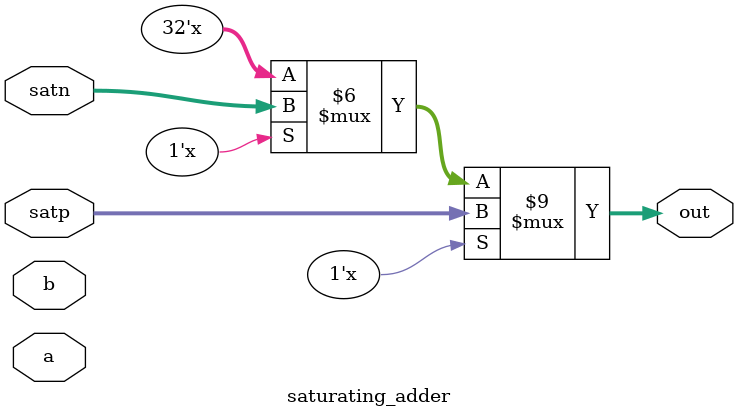
<source format=v>

`timescale 10 ns / 1 ns

module saturating_adder #(parameter DATA_WIDTH = 32) (
    input wire signed [ DATA_WIDTH-1 :0] a,
    input wire signed [ DATA_WIDTH-1 :0] b,
    input wire signed [ DATA_WIDTH-1 :0] satp,
    input wire signed [ DATA_WIDTH-1 :0] satn,
    output reg signed [ DATA_WIDTH-1 :0] out
);

    reg signed [ DATA_WIDTH :0] int_sum;

    always @(*) begin
        int_sum <= a+b;
        if(int_sum>satp) out <= satp;
        else if(int_sum<satn) out <= satn;
        else out <= int_sum[DATA_WIDTH-1:0];
    end

endmodule
</source>
